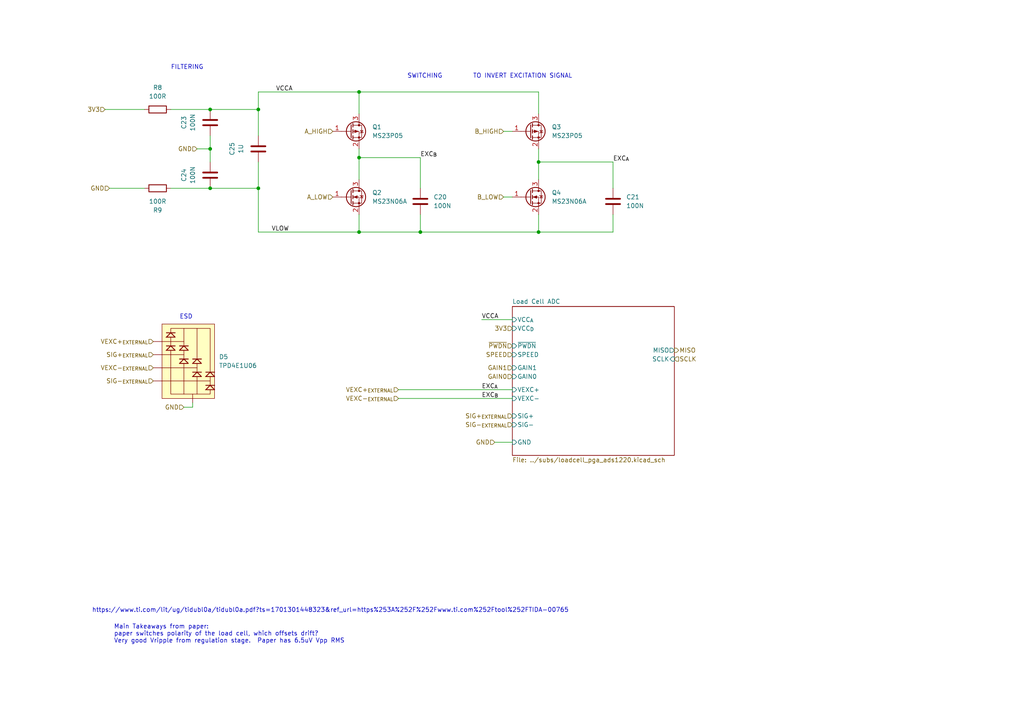
<source format=kicad_sch>
(kicad_sch (version 20230121) (generator eeschema)
  (paper "A4")
  (lib_symbols
    (symbol "Device:C" (pin_numbers hide) (pin_names (offset 0.254))
      (property "Reference" "C" (at 0.635 2.54 0))
      (property "Value" "C" (at 0.635 -2.54 0))
      (symbol "C_0_1"
        (polyline (pts (xy -2.032 -0.762) (xy 2.032 -0.762)) (stroke (width 0.508)))
        (polyline (pts (xy -2.032 0.762) (xy 2.032 0.762)) (stroke (width 0.508)))
      )
      (symbol "C_1_1"
        (pin passive line (at 0 3.81 270) (length 2.794) (name "~") (number "1"))
        (pin passive line (at 0 -3.81 90) (length 2.794) (name "~") (number "2"))
      )
    )
    (symbol "Device:Q_NMOS_GSD" (pin_names (offset 0) hide)
      (property "Reference" "Q" (at 5.08 1.27 0))
      (property "Value" "Q_NMOS_GSD" (at 5.08 -1.27 0))
      (symbol "Q_NMOS_GSD_0_1"
        (polyline (pts (xy 0.254 0) (xy -2.54 0)))
        (polyline (pts (xy 0.254 1.905) (xy 0.254 -1.905)) (stroke (width 0.254)))
        (polyline (pts (xy 0.762 -1.27) (xy 0.762 -2.286)) (stroke (width 0.254)))
        (polyline (pts (xy 0.762 0.508) (xy 0.762 -0.508)) (stroke (width 0.254)))
        (polyline (pts (xy 0.762 2.286) (xy 0.762 1.27)) (stroke (width 0.254)))
        (polyline (pts (xy 2.54 2.54) (xy 2.54 1.778)))
        (polyline (pts (xy 2.54 -2.54) (xy 2.54 0) (xy 0.762 0)))
        (polyline (pts (xy 0.762 -1.778) (xy 3.302 -1.778) (xy 3.302 1.778) (xy 0.762 1.778)))
        (polyline (pts (xy 1.016 0) (xy 2.032 0.381) (xy 2.032 -0.381) (xy 1.016 0)) (fill (type outline)))
        (polyline (pts (xy 2.794 0.508) (xy 2.921 0.381) (xy 3.683 0.381) (xy 3.81 0.254)))
        (polyline (pts (xy 3.302 0.381) (xy 2.921 -0.254) (xy 3.683 -0.254) (xy 3.302 0.381)))
        (circle (center 1.651 0) (radius 2.794) (stroke (width 0.254)))
        (circle (center 2.54 -1.778) (radius 0.254) (fill (type outline)))
        (circle (center 2.54 1.778) (radius 0.254) (fill (type outline)))
      )
      (symbol "Q_NMOS_GSD_1_1"
        (pin input line (at -5.08 0 0) (length 2.54) (name "G") (number "1"))
        (pin passive line (at 2.54 -5.08 90) (length 2.54) (name "S") (number "2"))
        (pin passive line (at 2.54 5.08 270) (length 2.54) (name "D") (number "3"))
      )
    )
    (symbol "Device:Q_PMOS_GSD" (pin_names (offset 0) hide)
      (property "Reference" "Q" (at 5.08 1.27 0))
      (property "Value" "Q_PMOS_GSD" (at 5.08 -1.27 0))
      (symbol "Q_PMOS_GSD_0_1"
        (polyline (pts (xy 0.254 0) (xy -2.54 0)))
        (polyline (pts (xy 0.254 1.905) (xy 0.254 -1.905)) (stroke (width 0.254)))
        (polyline (pts (xy 0.762 -1.27) (xy 0.762 -2.286)) (stroke (width 0.254)))
        (polyline (pts (xy 0.762 0.508) (xy 0.762 -0.508)) (stroke (width 0.254)))
        (polyline (pts (xy 0.762 2.286) (xy 0.762 1.27)) (stroke (width 0.254)))
        (polyline (pts (xy 2.54 2.54) (xy 2.54 1.778)))
        (polyline (pts (xy 2.54 -2.54) (xy 2.54 0) (xy 0.762 0)))
        (polyline (pts (xy 0.762 1.778) (xy 3.302 1.778) (xy 3.302 -1.778) (xy 0.762 -1.778)))
        (polyline (pts (xy 2.286 0) (xy 1.27 0.381) (xy 1.27 -0.381) (xy 2.286 0)) (fill (type outline)))
        (polyline (pts (xy 2.794 -0.508) (xy 2.921 -0.381) (xy 3.683 -0.381) (xy 3.81 -0.254)))
        (polyline (pts (xy 3.302 -0.381) (xy 2.921 0.254) (xy 3.683 0.254) (xy 3.302 -0.381)))
        (circle (center 1.651 0) (radius 2.794) (stroke (width 0.254)))
        (circle (center 2.54 -1.778) (radius 0.254) (fill (type outline)))
        (circle (center 2.54 1.778) (radius 0.254) (fill (type outline)))
      )
      (symbol "Q_PMOS_GSD_1_1"
        (pin input line (at -5.08 0 0) (length 2.54) (name "G") (number "1"))
        (pin passive line (at 2.54 -5.08 90) (length 2.54) (name "S") (number "2"))
        (pin passive line (at 2.54 5.08 270) (length 2.54) (name "D") (number "3"))
      )
    )
    (symbol "Device:R" (pin_numbers hide) (pin_names (offset 0))
      (property "Reference" "R" (at 2.032 0 90))
      (property "Value" "R" (at 0 0 90))
      (symbol "R_0_1"
        (rectangle (start -1.016 -2.54) (end 1.016 2.54) (stroke (width 0.254)))
      )
      (symbol "R_1_1"
        (pin passive line (at 0 3.81 270) (length 1.27) (name "~") (number "1"))
        (pin passive line (at 0 -3.81 90) (length 1.27) (name "~") (number "2"))
      )
    )
    (symbol "william_tvs:TPD4E1U06" (pin_numbers hide) (pin_names (offset 1.016) hide)
      (property "Reference" "D" (at 5.08 12.7 0))
      (property "Value" "TPD4E1U06DBVR" (at -6.35 -11.43 0))
      (symbol "TPD4E1U06_0_1"
        (polyline (pts (xy -6.35 5.08) (xy -6.35 7.62)))
        (polyline (pts (xy -2.54 0) (xy -2.54 -8.89)))
        (polyline (pts (xy -2.54 1.27) (xy -2.54 3.81)))
        (polyline (pts (xy -2.54 2.54) (xy -8.89 2.54)))
        (polyline (pts (xy -2.54 5.08) (xy -2.54 10.16)))
        (polyline (pts (xy -2.54 6.35) (xy -8.89 6.35)))
        (polyline (pts (xy 1.27 -3.81) (xy 1.27 -8.89)))
        (polyline (pts (xy 1.27 -2.54) (xy 1.27 0)))
        (polyline (pts (xy 1.27 -1.27) (xy -8.89 -1.27)))
        (polyline (pts (xy 1.27 1.27) (xy 1.27 10.16)))
        (polyline (pts (xy 5.08 -6.35) (xy 5.08 -3.81)))
        (polyline (pts (xy 5.08 -5.08) (xy -8.89 -5.08)))
        (polyline (pts (xy -7.62 5.08) (xy -7.62 5.08) (xy -5.08 5.08) (xy -5.08 5.08)) (stroke (width 0.254)))
        (polyline (pts (xy -7.62 8.89) (xy -7.62 8.89) (xy -5.08 8.89) (xy -5.08 8.89)) (stroke (width 0.254)))
        (polyline (pts (xy -6.35 8.89) (xy -6.35 10.16) (xy 5.08 10.16) (xy 5.08 -2.54)))
        (polyline (pts (xy -3.81 1.27) (xy -3.81 1.27) (xy -1.27 1.27) (xy -1.27 1.27)) (stroke (width 0.254)))
        (polyline (pts (xy -3.81 5.08) (xy -3.81 5.08) (xy -1.27 5.08) (xy -1.27 5.08)) (stroke (width 0.254)))
        (polyline (pts (xy 0 -2.54) (xy 0 -2.54) (xy 2.54 -2.54) (xy 2.54 -2.54)) (stroke (width 0.254)))
        (polyline (pts (xy 0 1.27) (xy 0 1.27) (xy 2.54 1.27) (xy 2.54 1.27)) (stroke (width 0.254)))
        (polyline (pts (xy 3.81 -6.35) (xy 3.81 -6.35) (xy 6.35 -6.35) (xy 6.35 -6.35)) (stroke (width 0.254)))
        (polyline (pts (xy 3.81 -2.54) (xy 3.81 -2.54) (xy 6.35 -2.54) (xy 6.35 -2.54)) (stroke (width 0.254)))
        (polyline (pts (xy 5.08 -7.62) (xy 5.08 -8.89) (xy -6.35 -8.89) (xy -6.35 3.81)))
        (polyline (pts (xy -7.62 3.81) (xy -5.08 3.81) (xy -6.35 5.08) (xy -6.35 5.08) (xy -7.62 3.81)) (stroke (width 0.254)))
        (polyline (pts (xy -7.62 7.62) (xy -5.08 7.62) (xy -6.35 8.89) (xy -6.35 8.89) (xy -7.62 7.62)) (stroke (width 0.254)))
        (polyline (pts (xy -3.81 0) (xy -1.27 0) (xy -2.54 1.27) (xy -2.54 1.27) (xy -3.81 0)) (stroke (width 0.254)))
        (polyline (pts (xy -3.81 3.81) (xy -1.27 3.81) (xy -2.54 5.08) (xy -2.54 5.08) (xy -3.81 3.81)) (stroke (width 0.254)))
        (polyline (pts (xy 0 -3.81) (xy 2.54 -3.81) (xy 1.27 -2.54) (xy 1.27 -2.54) (xy 0 -3.81)) (stroke (width 0.254)))
        (polyline (pts (xy 0 0) (xy 2.54 0) (xy 1.27 1.27) (xy 1.27 1.27) (xy 0 0)) (stroke (width 0.254)))
        (polyline (pts (xy 3.81 -7.62) (xy 6.35 -7.62) (xy 5.08 -6.35) (xy 5.08 -6.35) (xy 3.81 -7.62)) (stroke (width 0.254)))
        (polyline (pts (xy 3.81 -3.81) (xy 6.35 -3.81) (xy 5.08 -2.54) (xy 5.08 -2.54) (xy 3.81 -3.81)) (stroke (width 0.254)))
      )
      (symbol "TPD4E1U06_1_1"
        (rectangle (start -8.89 11.43) (end 6.35 -10.16) (fill (type background)))
        (pin passive line (at -11.43 6.35 0) (length 2.54) (name "D1+") (number "1"))
        (pin power_in line (at 0 -11.43 90) (length 2.54) (name "GND") (number "2"))
        (pin passive line (at -11.43 -5.08 0) (length 2.54) (name "D2-") (number "3"))
        (pin passive line (at -11.43 -1.27 0) (length 2.54) (name "D2+") (number "4"))
        (pin passive line (at -11.43 2.54 0) (length 2.54) (name "D1-") (number "6"))
        (pin no_connect line (at 5.08 6.35 90) (length 2.54) hide (name "NC") (number "6"))
      )
    )
  )
  (junction (at 121.92 67.31))
  (junction (at 74.93 54.61))
  (junction (at 74.93 31.75))
  (junction (at 156.21 67.31))
  (junction (at 60.96 43.18))
  (junction (at 104.14 45.72))
  (junction (at 60.96 54.61))
  (junction (at 60.96 31.75))
  (junction (at 104.14 26.67))
  (junction (at 156.21 46.99))
  (junction (at 104.14 67.31))
  (wire (pts (xy 104.14 26.67) (xy 104.14 33.02)))
  (wire (pts (xy 74.93 26.67) (xy 74.93 31.75)))
  (wire (pts (xy 148.59 38.1) (xy 146.05 38.1)))
  (wire (pts (xy 49.53 31.75) (xy 60.96 31.75)))
  (wire (pts (xy 121.92 67.31) (xy 156.21 67.31)))
  (wire (pts (xy 156.21 67.31) (xy 177.8 67.31)))
  (wire (pts (xy 74.93 67.31) (xy 104.14 67.31)))
  (wire (pts (xy 53.34 118.11) (xy 55.88 118.11)))
  (wire (pts (xy 60.96 31.75) (xy 74.93 31.75)))
  (wire (pts (xy 60.96 54.61) (xy 74.93 54.61)))
  (wire (pts (xy 156.21 46.99) (xy 156.21 52.07)))
  (wire (pts (xy 115.57 115.57) (xy 148.59 115.57)))
  (wire (pts (xy 60.96 43.18) (xy 60.96 39.37)))
  (wire (pts (xy 139.7 92.71) (xy 148.59 92.71)))
  (wire (pts (xy 55.88 118.11) (xy 55.88 116.84)))
  (wire (pts (xy 74.93 26.67) (xy 104.14 26.67)))
  (wire (pts (xy 57.15 43.18) (xy 60.96 43.18)))
  (wire (pts (xy 104.14 45.72) (xy 104.14 52.07)))
  (wire (pts (xy 156.21 62.23) (xy 156.21 67.31)))
  (wire (pts (xy 148.59 57.15) (xy 146.05 57.15)))
  (wire (pts (xy 74.93 54.61) (xy 74.93 67.31)))
  (wire (pts (xy 60.96 43.18) (xy 60.96 46.99)))
  (wire (pts (xy 115.57 113.03) (xy 148.59 113.03)))
  (wire (pts (xy 177.8 54.61) (xy 177.8 46.99)))
  (wire (pts (xy 104.14 43.18) (xy 104.14 45.72)))
  (wire (pts (xy 156.21 46.99) (xy 156.21 43.18)))
  (wire (pts (xy 104.14 62.23) (xy 104.14 67.31)))
  (wire (pts (xy 104.14 67.31) (xy 121.92 67.31)))
  (wire (pts (xy 74.93 31.75) (xy 74.93 39.37)))
  (wire (pts (xy 74.93 54.61) (xy 74.93 46.99)))
  (wire (pts (xy 104.14 26.67) (xy 156.21 26.67)))
  (wire (pts (xy 104.14 45.72) (xy 121.92 45.72)))
  (wire (pts (xy 121.92 54.61) (xy 121.92 45.72)))
  (wire (pts (xy 31.75 54.61) (xy 41.91 54.61)))
  (wire (pts (xy 156.21 26.67) (xy 156.21 33.02)))
  (wire (pts (xy 121.92 62.23) (xy 121.92 67.31)))
  (wire (pts (xy 177.8 67.31) (xy 177.8 62.23)))
  (wire (pts (xy 177.8 46.99) (xy 156.21 46.99)))
  (wire (pts (xy 49.53 54.61) (xy 60.96 54.61)))
  (wire (pts (xy 30.48 31.75) (xy 41.91 31.75)))
  (wire (pts (xy 143.51 128.27) (xy 148.59 128.27)))
  (text "FILTERING" (at 49.53 20.32 0) (effects (font (size 1.27 1.27)) (justify left bottom)))
  (text "SWITCHING\n" (at 118.11 22.86 0) (effects (font (size 1.27 1.27)) (justify left bottom)))
  (text "https://www.ti.com/lit/ug/tidubl0a/tidubl0a.pdf?ts=1701301448323&ref_url=https%253A%252F%252Fwww.ti.com%252Ftool%252FTIDA-00765" (at 26.67 177.8 0) (effects (font (size 1.27 1.27)) (justify left bottom)))
  (text "ESD" (at 52.07 92.71 0) (effects (font (size 1.27 1.27)) (justify left bottom)))
  (text "Main Takeaways from paper:\npaper switches polarity of the load cell, which offsets drift?\nVery good Vripple from regulation stage.  Paper has 6.5uV Vpp RMS" (at 33.02 186.69 0) (effects (font (size 1.27 1.27)) (justify left bottom)))
  (text "TO INVERT EXCITATION SIGNAL" (at 137.16 22.86 0) (effects (font (size 1.27 1.27)) (justify left bottom)))
  (label "EXC_{A}" (at 139.7 113.03 0))
  (label "EXC_{B}" (at 121.92 45.72 0))
  (label "EXC_{B}" (at 139.7 115.57 0))
  (label "EXC_{A}" (at 177.8 46.99 0))
  (label "VCCA" (at 139.7 92.71 0))
  (label "VLOW" (at 78.74 67.31 0))
  (label "VCCA" (at 80.01 26.67 0))
  (hierarchical_label "VEXC+_{EXTERNAL}" (shape input) (at 115.57 113.03 180))
  (hierarchical_label "VEXC-_{EXTERNAL}" (shape input) (at 115.57 115.57 180))
  (hierarchical_label "GND" (shape input) (at 53.34 118.11 180))
  (hierarchical_label "3V3" (shape input) (at 30.48 31.75 180))
  (hierarchical_label "SIG+_{EXTERNAL}" (shape input) (at 148.59 120.65 180))
  (hierarchical_label "SCLK" (shape input) (at 195.58 104.14 0))
  (hierarchical_label "B_LOW" (shape input) (at 146.05 57.15 180))
  (hierarchical_label "VEXC+_{EXTERNAL}" (shape input) (at 44.45 99.06 180))
  (hierarchical_label "B_HIGH" (shape input) (at 146.05 38.1 180))
  (hierarchical_label "A_LOW" (shape input) (at 96.52 57.15 180))
  (hierarchical_label "GND" (shape input) (at 57.15 43.18 180))
  (hierarchical_label "SPEED" (shape input) (at 148.59 102.87 180))
  (hierarchical_label "GAIN0" (shape input) (at 148.59 109.22 180))
  (hierarchical_label "3V3" (shape input) (at 148.59 95.25 180))
  (hierarchical_label "~{PWDN}" (shape input) (at 148.59 100.33 180))
  (hierarchical_label "GAIN1" (shape input) (at 148.59 106.68 180))
  (hierarchical_label "MISO" (shape output) (at 195.58 101.6 0))
  (hierarchical_label "SIG-_{EXTERNAL}" (shape input) (at 44.45 110.49 180))
  (hierarchical_label "SIG-_{EXTERNAL}" (shape input) (at 148.59 123.19 180))
  (hierarchical_label "GND" (shape input) (at 143.51 128.27 180))
  (hierarchical_label "GND" (shape input) (at 31.75 54.61 180))
  (hierarchical_label "VEXC-_{EXTERNAL}" (shape input) (at 44.45 106.68 180))
  (hierarchical_label "SIG+_{EXTERNAL}" (shape input) (at 44.45 102.87 180))
  (hierarchical_label "A_HIGH" (shape input) (at 96.52 38.1 180))
  (symbol (lib_id "Device:R") (at 45.72 31.75 90) (unit 1)
    (property "Reference" "R8" (at 45.72 25.4 90))
    (property "Value" "100R" (at 45.72 27.94 90))
    (property "Footprint" "Resistor_SMD:R_0603_1608Metric" (effects hide))
    (instances (project "main" (path "" (reference "R8") (unit 1)) (path "" (reference "R10") (unit 1))))
  )
  (symbol (lib_id "Device:Q_PMOS_GSD") (at 101.6 38.1 0) (unit 1)
    (property "Reference" "Q1" (at 107.95 36.83 0) (effects (justify left)))
    (property "Value" "MS23P05" (at 107.95 39.37 0) (effects (justify left)))
    (property "Footprint" "Package_TO_SOT_SMD:SOT-23" (effects hide))
  )
  (symbol (lib_id "Device:C") (at 60.96 50.8 180) (unit 1)
    (property "Reference" "C24" (at 53.34 50.8 90))
    (property "Value" "100N" (at 55.88 50.8 90))
    (property "Footprint" "Capacitor_SMD:C_0603_1608Metric" (effects hide))
    (instances (project "main" (path "" (reference "C24") (unit 1)) (path "" (reference "C19") (unit 1))))
  )
  (symbol (lib_id "Device:Q_PMOS_GSD") (at 153.67 38.1 0) (unit 1)
    (property "Reference" "Q3" (at 160.02 36.83 0) (effects (justify left)))
    (property "Value" "MS23P05" (at 160.02 39.37 0) (effects (justify left)))
    (property "Footprint" "Package_TO_SOT_SMD:SOT-23" (effects hide))
  )
  (symbol (lib_id "Device:C") (at 121.92 58.42 0) (unit 1)
    (property "Reference" "C20" (at 125.73 57.15 0) (effects (justify left)))
    (property "Value" "100N" (at 125.73 59.69 0) (effects (justify left)))
    (property "Footprint" "Capacitor_SMD:C_0603_1608Metric" (effects hide))
  )
  (symbol (lib_id "Device:C") (at 177.8 58.42 0) (unit 1)
    (property "Reference" "C21" (at 181.61 57.15 0) (effects (justify left)))
    (property "Value" "100N" (at 181.61 59.69 0) (effects (justify left)))
    (property "Footprint" "Capacitor_SMD:C_0603_1608Metric" (effects hide))
  )
  (symbol (lib_id "william_tvs:TPD4E1U06") (at 55.88 105.41 0) (unit 1)
    (property "Reference" "D5" (at 63.5 103.505 0) (effects (justify left)))
    (property "Value" "TPD4E1U06" (at 63.5 106.045 0) (effects (justify left)))
    (property "Footprint" "Package_TO_SOT_SMD:SOT-23-6" (effects hide))
    (property "Datasheet" "https://www.ti.com/lit/ds/symlink/tpd4e1u06.pdf" (effects hide))
  )
  (symbol (lib_id "Device:Q_NMOS_GSD") (at 153.67 57.15 0) (unit 1)
    (property "Reference" "Q4" (at 160.02 55.88 0) (effects (justify left)))
    (property "Value" "MS23N06A" (at 160.02 58.42 0) (effects (justify left)))
    (property "Footprint" "Package_TO_SOT_SMD:SOT-23" (effects hide))
  )
  (symbol (lib_id "Device:R") (at 45.72 54.61 270) (unit 1)
    (property "Reference" "R9" (at 45.72 60.96 90))
    (property "Value" "100R" (at 45.72 58.42 90))
    (property "Footprint" "Resistor_SMD:R_0603_1608Metric" (effects hide))
    (instances (project "main" (path "" (reference "R9") (unit 1)) (path "" (reference "R11") (unit 1))))
  )
  (symbol (lib_id "Device:C") (at 74.93 43.18 0) (mirror y) (unit 1)
    (property "Reference" "C25" (at 67.31 43.18 90))
    (property "Value" "1U" (at 69.85 43.18 90))
    (property "Footprint" "Capacitor_SMD:C_0603_1608Metric" (effects hide))
    (instances (project "main" (path "" (reference "C25") (unit 1)) (path "" (reference "C17") (unit 1))))
  )
  (symbol (lib_id "Device:C") (at 60.96 35.56 0) (mirror y) (unit 1)
    (property "Reference" "C23" (at 53.34 35.56 90))
    (property "Value" "100N" (at 55.88 35.56 90))
    (property "Footprint" "Capacitor_SMD:C_0603_1608Metric" (effects hide))
    (instances (project "main" (path "" (reference "C23") (unit 1)) (path "" (reference "C18") (unit 1))))
  )
  (symbol (lib_id "Device:Q_NMOS_GSD") (at 101.6 57.15 0) (unit 1)
    (property "Reference" "Q2" (at 107.95 55.88 0) (effects (justify left)))
    (property "Value" "MS23N06A" (at 107.95 58.42 0) (effects (justify left)))
    (property "Footprint" "Package_TO_SOT_SMD:SOT-23" (effects hide))
  )
  (sheet (at 148.59 88.9) (size 46.99 43.18) (stroke (width 0.1524))
    (property "Sheetname" "Load Cell ADC" (at 148.59 88.1884 0) (effects (justify left bottom)))
    (property "Sheetfile" "../subs/loadcell_pga_ads1220.kicad_sch" (at 148.59 132.6646 0) (effects (justify left top)))
    (pin "MISO" output (at 195.58 101.6 0))
    (pin "SCLK" input (at 195.58 104.14 0))
    (pin "GND" input (at 148.59 128.27 180))
    (pin "VCC_{A}" input (at 148.59 92.71 180))
    (pin "VCC_{D}" input (at 148.59 95.25 180))
    (pin "~{PWDN}" input (at 148.59 100.33 180))
    (pin "GAIN1" input (at 148.59 106.68 180))
    (pin "SPEED" input (at 148.59 102.87 180))
    (pin "GAIN0" input (at 148.59 109.22 180))
    (pin "VEXC+" input (at 148.59 113.03 180))
    (pin "VEXC-" input (at 148.59 115.57 180))
    (pin "SIG-" input (at 148.59 123.19 180))
    (pin "SIG+" input (at 148.59 120.65 180))
  )
)
</source>
